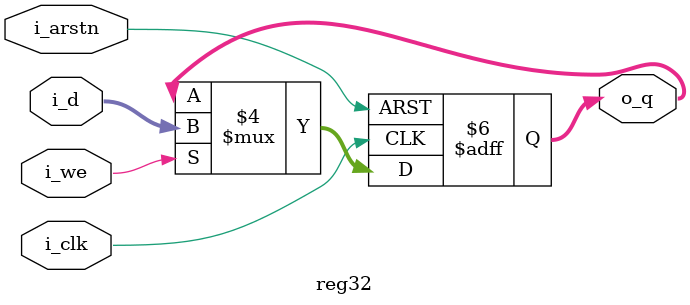
<source format=v>
`timescale 1 ns / 1 ps

module reg32(i_clk, i_we, i_d, o_q, i_arstn);

parameter WIDTH = 32;

input i_clk, i_we, i_arstn;
input [WIDTH-1:0] i_d;
output reg [WIDTH-1:0] o_q;

always @(posedge i_clk or negedge i_arstn) begin 
	if(!i_arstn) begin 
		o_q <= {WIDTH{1'b0}};
	end else if(i_we) begin
		o_q <= i_d;
	end else begin 
		o_q <= o_q;
	end 
end

endmodule 
</source>
